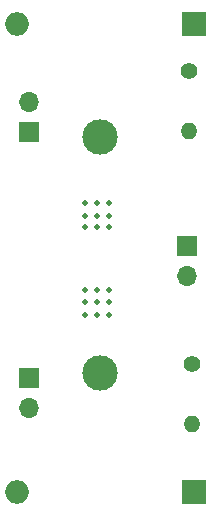
<source format=gbr>
%TF.GenerationSoftware,KiCad,Pcbnew,(6.0.8-1)-1*%
%TF.CreationDate,2023-05-30T17:25:45-07:00*%
%TF.ProjectId,SiPM_breakout,5369504d-5f62-4726-9561-6b6f75742e6b,rev?*%
%TF.SameCoordinates,Original*%
%TF.FileFunction,Soldermask,Top*%
%TF.FilePolarity,Negative*%
%FSLAX46Y46*%
G04 Gerber Fmt 4.6, Leading zero omitted, Abs format (unit mm)*
G04 Created by KiCad (PCBNEW (6.0.8-1)-1) date 2023-05-30 17:25:45*
%MOMM*%
%LPD*%
G01*
G04 APERTURE LIST*
%ADD10R,2.000000X2.000000*%
%ADD11O,2.000000X2.000000*%
%ADD12C,1.400000*%
%ADD13O,1.400000X1.400000*%
%ADD14C,0.500000*%
%ADD15C,3.000000*%
%ADD16R,1.700000X1.700000*%
%ADD17O,1.700000X1.700000*%
G04 APERTURE END LIST*
D10*
%TO.C,C2*%
X93400000Y-78000000D03*
D11*
X78400000Y-78000000D03*
%TD*%
D10*
%TO.C,C1*%
X93400000Y-117642500D03*
D11*
X78400000Y-117642500D03*
%TD*%
D12*
%TO.C,R2*%
X93000000Y-82000000D03*
D13*
X93000000Y-87080000D03*
%TD*%
D12*
%TO.C,R1*%
X93200000Y-106800000D03*
D13*
X93200000Y-111880000D03*
%TD*%
D14*
%TO.C,D1*%
X85200000Y-102655000D03*
X84200000Y-100555000D03*
X86200000Y-100555000D03*
X85200000Y-100555000D03*
X84200000Y-101555000D03*
X86200000Y-101555000D03*
X86200000Y-102655000D03*
X84200000Y-102655000D03*
X85200000Y-101555000D03*
%TD*%
%TO.C,D2*%
X85200000Y-95245000D03*
X84200000Y-95245000D03*
X86200000Y-95245000D03*
X85200000Y-93145000D03*
X84200000Y-94245000D03*
X86200000Y-94245000D03*
X84200000Y-93145000D03*
X86200000Y-93145000D03*
X85200000Y-94245000D03*
%TD*%
D15*
%TO.C,H1*%
X85447000Y-87617000D03*
%TD*%
D16*
%TO.C,J2*%
X79400000Y-87200000D03*
D17*
X79400000Y-84660000D03*
%TD*%
D16*
%TO.C,J1*%
X79400000Y-108000000D03*
D17*
X79400000Y-110540000D03*
%TD*%
D15*
%TO.C,H2*%
X85400000Y-107600000D03*
%TD*%
D16*
%TO.C,J3*%
X92800000Y-96860000D03*
D17*
X92800000Y-99400000D03*
%TD*%
M02*

</source>
